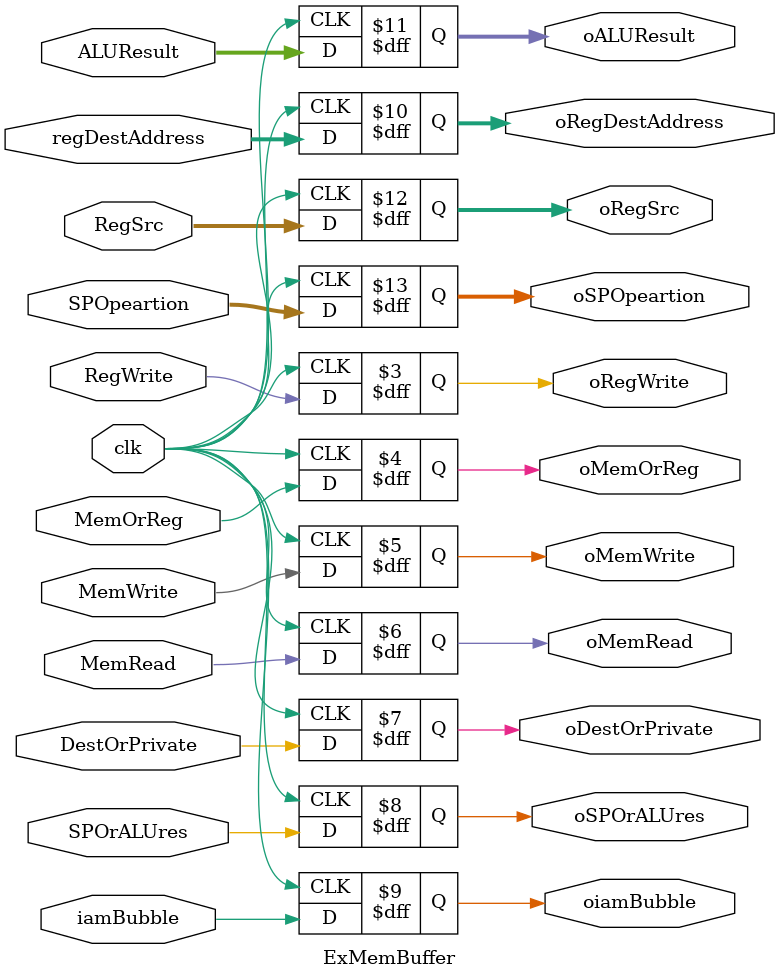
<source format=v>
module ExMemBuffer (
    input RegWrite,
    MemOrReg,
    DestOrPrivate,
    MemWrite,
    MemRead,
    clk,
    SPOrALUres,
    iamBubble,
    input [3:0] regDestAddress,
    input [15:0] ALUResult,
    RegSrc,
    input [1:0] SPOpeartion,
    output reg oRegWrite,
    oMemOrReg,
    oMemWrite,
    oMemRead,
    oDestOrPrivate,
    oSPOrALUres,
    oiamBubble,
    output reg [3:0] oRegDestAddress,
    output reg [15:0] oALUResult,
    oRegSrc,
    output reg [1:0] oSPOpeartion
);

  initial begin
    oRegWrite = 0;
    oMemOrReg = 0;
    oDestOrPrivate = 0;
    oRegDestAddress = 0;
    oSPOpeartion = 0;
    oMemWrite = 0;
    oMemRead = 0;
    oSPOrALUres = 0;
    oALUResult = 0;
    oRegSrc = 0;
    oiamBubble = 0;
  end

  always @(posedge clk) begin
    oRegWrite = RegWrite;
    oMemOrReg = MemOrReg;
    oDestOrPrivate = DestOrPrivate;
    oRegDestAddress = regDestAddress;
    oALUResult = ALUResult;
    oSPOpeartion = SPOpeartion;
    oMemWrite = MemWrite;
    oMemRead = MemRead;
    oSPOrALUres = SPOrALUres;
    oRegSrc = RegSrc;
    oiamBubble = iamBubble;
  end

endmodule

</source>
